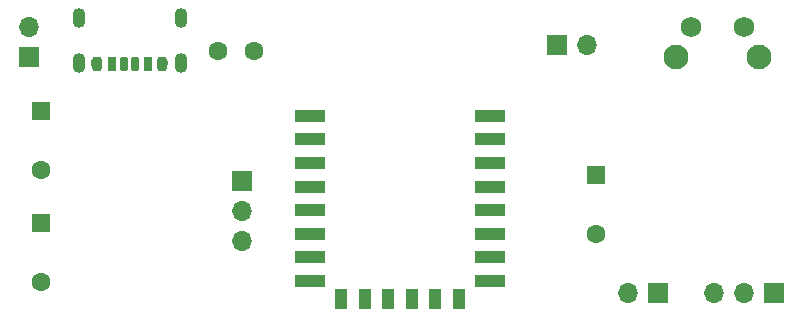
<source format=gtl>
G04 #@! TF.GenerationSoftware,KiCad,Pcbnew,8.0.3*
G04 #@! TF.CreationDate,2025-03-14T18:39:27+01:00*
G04 #@! TF.ProjectId,NIXIE_Sterownik,4e495849-455f-4537-9465-726f776e696b,rev?*
G04 #@! TF.SameCoordinates,Original*
G04 #@! TF.FileFunction,Copper,L1,Top*
G04 #@! TF.FilePolarity,Positive*
%FSLAX46Y46*%
G04 Gerber Fmt 4.6, Leading zero omitted, Abs format (unit mm)*
G04 Created by KiCad (PCBNEW 8.0.3) date 2025-03-14 18:39:27*
%MOMM*%
%LPD*%
G01*
G04 APERTURE LIST*
G04 Aperture macros list*
%AMRoundRect*
0 Rectangle with rounded corners*
0 $1 Rounding radius*
0 $2 $3 $4 $5 $6 $7 $8 $9 X,Y pos of 4 corners*
0 Add a 4 corners polygon primitive as box body*
4,1,4,$2,$3,$4,$5,$6,$7,$8,$9,$2,$3,0*
0 Add four circle primitives for the rounded corners*
1,1,$1+$1,$2,$3*
1,1,$1+$1,$4,$5*
1,1,$1+$1,$6,$7*
1,1,$1+$1,$8,$9*
0 Add four rect primitives between the rounded corners*
20,1,$1+$1,$2,$3,$4,$5,0*
20,1,$1+$1,$4,$5,$6,$7,0*
20,1,$1+$1,$6,$7,$8,$9,0*
20,1,$1+$1,$8,$9,$2,$3,0*%
G04 Aperture macros list end*
G04 #@! TA.AperFunction,SMDPad,CuDef*
%ADD10RoundRect,0.175000X0.175000X0.425000X-0.175000X0.425000X-0.175000X-0.425000X0.175000X-0.425000X0*%
G04 #@! TD*
G04 #@! TA.AperFunction,SMDPad,CuDef*
%ADD11RoundRect,0.190000X-0.190000X-0.410000X0.190000X-0.410000X0.190000X0.410000X-0.190000X0.410000X0*%
G04 #@! TD*
G04 #@! TA.AperFunction,SMDPad,CuDef*
%ADD12RoundRect,0.200000X-0.200000X-0.400000X0.200000X-0.400000X0.200000X0.400000X-0.200000X0.400000X0*%
G04 #@! TD*
G04 #@! TA.AperFunction,SMDPad,CuDef*
%ADD13RoundRect,0.175000X-0.175000X-0.425000X0.175000X-0.425000X0.175000X0.425000X-0.175000X0.425000X0*%
G04 #@! TD*
G04 #@! TA.AperFunction,SMDPad,CuDef*
%ADD14RoundRect,0.190000X0.190000X0.410000X-0.190000X0.410000X-0.190000X-0.410000X0.190000X-0.410000X0*%
G04 #@! TD*
G04 #@! TA.AperFunction,SMDPad,CuDef*
%ADD15RoundRect,0.200000X0.200000X0.400000X-0.200000X0.400000X-0.200000X-0.400000X0.200000X-0.400000X0*%
G04 #@! TD*
G04 #@! TA.AperFunction,ComponentPad*
%ADD16O,1.100000X1.700000*%
G04 #@! TD*
G04 #@! TA.AperFunction,ComponentPad*
%ADD17R,1.700000X1.700000*%
G04 #@! TD*
G04 #@! TA.AperFunction,ComponentPad*
%ADD18O,1.700000X1.700000*%
G04 #@! TD*
G04 #@! TA.AperFunction,ComponentPad*
%ADD19R,1.600000X1.600000*%
G04 #@! TD*
G04 #@! TA.AperFunction,ComponentPad*
%ADD20C,1.600000*%
G04 #@! TD*
G04 #@! TA.AperFunction,SMDPad,CuDef*
%ADD21R,2.500000X1.000000*%
G04 #@! TD*
G04 #@! TA.AperFunction,SMDPad,CuDef*
%ADD22R,1.000000X1.800000*%
G04 #@! TD*
G04 #@! TA.AperFunction,ComponentPad*
%ADD23C,2.100000*%
G04 #@! TD*
G04 #@! TA.AperFunction,ComponentPad*
%ADD24C,1.750000*%
G04 #@! TD*
G04 #@! TA.AperFunction,ViaPad*
%ADD25C,0.600000*%
G04 #@! TD*
G04 APERTURE END LIST*
D10*
X99500000Y-60080000D03*
D11*
X97480000Y-60080000D03*
D12*
X96250000Y-60080000D03*
D13*
X98500000Y-60080000D03*
D14*
X100520000Y-60080000D03*
D15*
X101750000Y-60080000D03*
D16*
X103320000Y-60000000D03*
X103320000Y-56200000D03*
X94680000Y-60000000D03*
X94680000Y-56200000D03*
D17*
X108500000Y-70000000D03*
D18*
X108500000Y-72540000D03*
X108500000Y-75080000D03*
D17*
X90500000Y-59500000D03*
D18*
X90500000Y-56960000D03*
D17*
X153540000Y-79500000D03*
D18*
X151000000Y-79500000D03*
X148460000Y-79500000D03*
D17*
X143775000Y-79500000D03*
D18*
X141235000Y-79500000D03*
D19*
X138500000Y-69500000D03*
D20*
X138500000Y-74500000D03*
D21*
X114300000Y-64500000D03*
X114300000Y-66500000D03*
X114300000Y-68500000D03*
X114300000Y-70500000D03*
X114300000Y-72500000D03*
X114300000Y-74500000D03*
X114300000Y-76500000D03*
X114300000Y-78500000D03*
D22*
X116900000Y-80000000D03*
X118900000Y-80000000D03*
X120900000Y-80000000D03*
X122900000Y-80000000D03*
X124900000Y-80000000D03*
X126900000Y-80000000D03*
D21*
X129500000Y-78500000D03*
X129500000Y-76500000D03*
X129500000Y-74500000D03*
X129500000Y-72500000D03*
X129500000Y-70500000D03*
X129500000Y-68500000D03*
X129500000Y-66500000D03*
X129500000Y-64500000D03*
D23*
X145250000Y-59490000D03*
X152260000Y-59490000D03*
D24*
X146500000Y-57000000D03*
X151000000Y-57000000D03*
D19*
X91500000Y-64097349D03*
D20*
X91500000Y-69097349D03*
X109500000Y-59000000D03*
X106500000Y-59000000D03*
D17*
X135225000Y-58500000D03*
D18*
X137765000Y-58500000D03*
D19*
X91500000Y-73597349D03*
D20*
X91500000Y-78597349D03*
D25*
X129500000Y-78500000D03*
X96000000Y-60000000D03*
X102000000Y-60000000D03*
X115000000Y-78500000D03*
X115000000Y-66500000D03*
X115000000Y-68500000D03*
X114000000Y-72500000D03*
X128500000Y-72500000D03*
X128500000Y-76500000D03*
X115000000Y-64500000D03*
X128500000Y-70500000D03*
X130000000Y-64500000D03*
X130000000Y-66500000D03*
X100500000Y-60000000D03*
X97500000Y-60000000D03*
M02*

</source>
